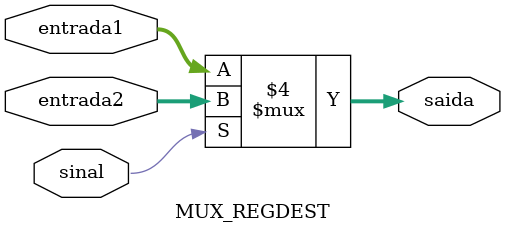
<source format=v>
module MUX_REGDEST(entrada1, entrada2, sinal, saida);

	input [31:0] entrada1, entrada2;
	input sinal;
	output reg [31:0] saida;
	
	always @(*)
		if(sinal == 1'b0)
			saida = entrada1;
		else
			saida = entrada2;			

endmodule 
</source>
